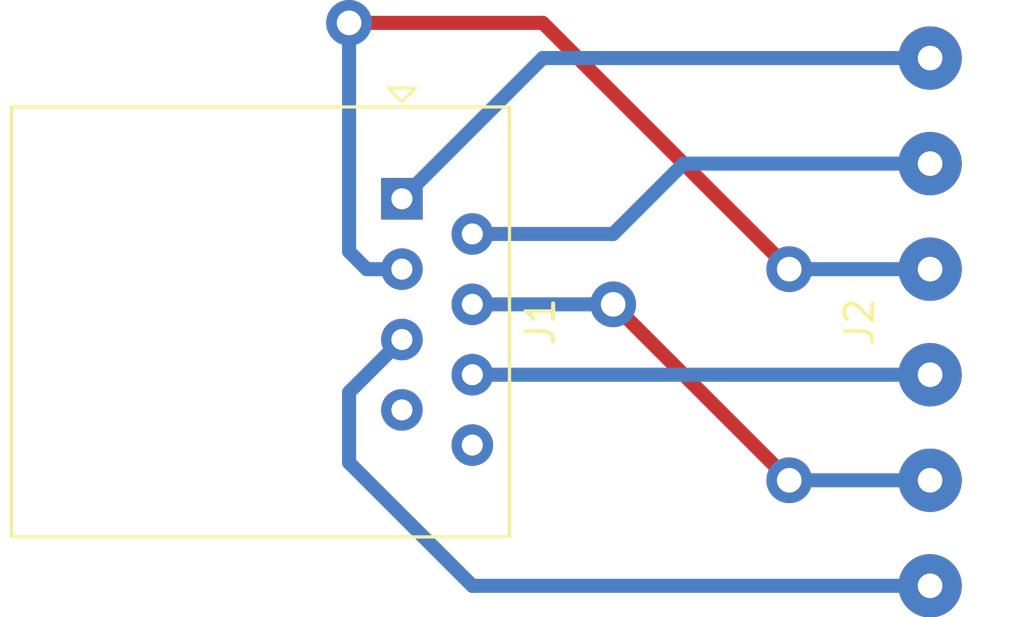
<source format=kicad_pcb>
(kicad_pcb (version 20171130) (host pcbnew "(5.1.4)-1")

  (general
    (thickness 1.6)
    (drawings 0)
    (tracks 24)
    (zones 0)
    (modules 2)
    (nets 9)
  )

  (page A4)
  (layers
    (0 F.Cu signal)
    (31 B.Cu signal)
    (32 B.Adhes user)
    (33 F.Adhes user)
    (34 B.Paste user)
    (35 F.Paste user)
    (36 B.SilkS user)
    (37 F.SilkS user)
    (38 B.Mask user)
    (39 F.Mask user)
    (40 Dwgs.User user)
    (41 Cmts.User user)
    (42 Eco1.User user)
    (43 Eco2.User user)
    (44 Edge.Cuts user)
    (45 Margin user)
    (46 B.CrtYd user)
    (47 F.CrtYd user)
    (48 B.Fab user)
    (49 F.Fab user)
  )

  (setup
    (last_trace_width 0.25)
    (user_trace_width 0.508)
    (trace_clearance 0.2)
    (zone_clearance 0.508)
    (zone_45_only no)
    (trace_min 0.2)
    (via_size 0.8)
    (via_drill 0.4)
    (via_min_size 0.4)
    (via_min_drill 0.3)
    (user_via 1.651 0.889)
    (uvia_size 0.3)
    (uvia_drill 0.1)
    (uvias_allowed no)
    (uvia_min_size 0.2)
    (uvia_min_drill 0.1)
    (edge_width 0.05)
    (segment_width 0.2)
    (pcb_text_width 0.3)
    (pcb_text_size 1.5 1.5)
    (mod_edge_width 0.12)
    (mod_text_size 1 1)
    (mod_text_width 0.15)
    (pad_size 1.524 1.524)
    (pad_drill 0.762)
    (pad_to_mask_clearance 0.051)
    (solder_mask_min_width 0.25)
    (aux_axis_origin 0 0)
    (visible_elements 7FFFFFFF)
    (pcbplotparams
      (layerselection 0x010fc_ffffffff)
      (usegerberextensions false)
      (usegerberattributes false)
      (usegerberadvancedattributes false)
      (creategerberjobfile false)
      (excludeedgelayer true)
      (linewidth 0.100000)
      (plotframeref false)
      (viasonmask false)
      (mode 1)
      (useauxorigin false)
      (hpglpennumber 1)
      (hpglpenspeed 20)
      (hpglpendiameter 15.000000)
      (psnegative false)
      (psa4output false)
      (plotreference true)
      (plotvalue true)
      (plotinvisibletext false)
      (padsonsilk false)
      (subtractmaskfromsilk false)
      (outputformat 1)
      (mirror false)
      (drillshape 1)
      (scaleselection 1)
      (outputdirectory ""))
  )

  (net 0 "")
  (net 1 "Net-(J1-Pad8)")
  (net 2 "Net-(J1-Pad7)")
  (net 3 /B-)
  (net 4 /A-)
  (net 5 /A+)
  (net 6 /B+)
  (net 7 /+5v)
  (net 8 /Gnd)

  (net_class Default "This is the default net class."
    (clearance 0.2)
    (trace_width 0.25)
    (via_dia 0.8)
    (via_drill 0.4)
    (uvia_dia 0.3)
    (uvia_drill 0.1)
    (add_net /+5v)
    (add_net /A+)
    (add_net /A-)
    (add_net /B+)
    (add_net /B-)
    (add_net /Gnd)
    (add_net "Net-(J1-Pad7)")
    (add_net "Net-(J1-Pad8)")
  )

  (module "0-MiscParts:6 Pin 3.81 mm" (layer F.Cu) (tedit 5D9CCB22) (tstamp 5D9D1F18)
    (at 176.53 95.885 270)
    (path /5D9CD876)
    (fp_text reference J2 (at 0 2.54 90) (layer F.SilkS)
      (effects (font (size 1 1) (thickness 0.15)))
    )
    (fp_text value Conn_01x06 (at 0 -2.54 90) (layer F.Fab)
      (effects (font (size 1 1) (thickness 0.15)))
    )
    (pad 6 thru_hole circle (at 9.525 0 270) (size 2.286 2.286) (drill 0.889) (layers *.Cu *.Mask)
      (net 4 /A-))
    (pad 5 thru_hole circle (at 5.715 0 270) (size 2.286 2.286) (drill 0.889) (layers *.Cu *.Mask)
      (net 5 /A+))
    (pad 4 thru_hole circle (at 1.905 0 270) (size 2.286 2.286) (drill 0.889) (layers *.Cu *.Mask)
      (net 3 /B-))
    (pad 3 thru_hole circle (at -1.905 0 270) (size 2.286 2.286) (drill 0.889) (layers *.Cu *.Mask)
      (net 6 /B+))
    (pad 2 thru_hole circle (at -5.715 0 270) (size 2.286 2.286) (drill 0.889) (layers *.Cu *.Mask)
      (net 7 /+5v))
    (pad 1 thru_hole circle (at -9.525 0 270) (size 2.286 2.286) (drill 0.889) (layers *.Cu *.Mask)
      (net 8 /Gnd))
  )

  (module Connector_RJ:RJ45_Amphenol_54602-x08_Horizontal (layer F.Cu) (tedit 5B103613) (tstamp 5D9D1F0E)
    (at 157.48 91.44 270)
    (descr "8 Pol Shallow Latch Connector, Modjack, RJ45 (https://cdn.amphenol-icc.com/media/wysiwyg/files/drawing/c-bmj-0102.pdf)")
    (tags RJ45)
    (path /5D9CC902)
    (fp_text reference J1 (at 4.445 -5 90) (layer F.SilkS)
      (effects (font (size 1 1) (thickness 0.15)))
    )
    (fp_text value RJ45 (at 4.445 4 90) (layer F.Fab)
      (effects (font (size 1 1) (thickness 0.15)))
    )
    (fp_line (start 12.6 14.47) (end -3.71 14.47) (layer F.CrtYd) (width 0.05))
    (fp_line (start 12.6 14.47) (end 12.6 -4.27) (layer F.CrtYd) (width 0.05))
    (fp_line (start -3.71 -4.27) (end -3.71 14.47) (layer F.CrtYd) (width 0.05))
    (fp_line (start -3.71 -4.27) (end 12.6 -4.27) (layer F.CrtYd) (width 0.05))
    (fp_line (start -3.315 -3.88) (end -3.315 14.08) (layer F.SilkS) (width 0.12))
    (fp_line (start 12.205 -3.88) (end -3.315 -3.88) (layer F.SilkS) (width 0.12))
    (fp_line (start 12.205 -3.88) (end 12.205 14.08) (layer F.SilkS) (width 0.12))
    (fp_line (start -3.315 14.08) (end 12.205 14.08) (layer F.SilkS) (width 0.12))
    (fp_line (start -3.205 -2.77) (end -2.205 -3.77) (layer F.Fab) (width 0.12))
    (fp_line (start -2.205 -3.77) (end 12.095 -3.77) (layer F.Fab) (width 0.12))
    (fp_line (start 12.095 -3.77) (end 12.095 13.97) (layer F.Fab) (width 0.12))
    (fp_line (start 12.095 13.97) (end -3.205 13.97) (layer F.Fab) (width 0.12))
    (fp_line (start -3.205 13.97) (end -3.205 -2.77) (layer F.Fab) (width 0.12))
    (fp_line (start -3.5 0) (end -4 -0.5) (layer F.SilkS) (width 0.12))
    (fp_line (start -4 -0.5) (end -4 0.5) (layer F.SilkS) (width 0.12))
    (fp_line (start -4 0.5) (end -3.5 0) (layer F.SilkS) (width 0.12))
    (fp_text user %R (at 4.445 2 90) (layer F.Fab)
      (effects (font (size 1 1) (thickness 0.15)))
    )
    (pad 8 thru_hole circle (at 8.89 -2.54 270) (size 1.5 1.5) (drill 0.76) (layers *.Cu *.Mask)
      (net 1 "Net-(J1-Pad8)"))
    (pad 7 thru_hole circle (at 7.62 0 270) (size 1.5 1.5) (drill 0.76) (layers *.Cu *.Mask)
      (net 2 "Net-(J1-Pad7)"))
    (pad 6 thru_hole circle (at 6.35 -2.54 270) (size 1.5 1.5) (drill 0.76) (layers *.Cu *.Mask)
      (net 3 /B-))
    (pad 5 thru_hole circle (at 5.08 0 270) (size 1.5 1.5) (drill 0.76) (layers *.Cu *.Mask)
      (net 4 /A-))
    (pad 4 thru_hole circle (at 3.81 -2.54 270) (size 1.5 1.5) (drill 0.76) (layers *.Cu *.Mask)
      (net 5 /A+))
    (pad 3 thru_hole circle (at 2.54 0 270) (size 1.5 1.5) (drill 0.76) (layers *.Cu *.Mask)
      (net 6 /B+))
    (pad 2 thru_hole circle (at 1.27 -2.54 270) (size 1.5 1.5) (drill 0.76) (layers *.Cu *.Mask)
      (net 7 /+5v))
    (pad 1 thru_hole rect (at 0 0 270) (size 1.5 1.5) (drill 0.76) (layers *.Cu *.Mask)
      (net 8 /Gnd))
    (pad "" np_thru_hole circle (at -1.27 6.35 270) (size 3.2 3.2) (drill 3.2) (layers *.Cu *.Mask))
    (pad "" np_thru_hole circle (at 10.16 6.35 270) (size 3.2 3.2) (drill 3.2) (layers *.Cu *.Mask))
    (model ${KISYS3DMOD}/Connector_RJ.3dshapes/RJ45_Amphenol_54602-x08_Horizontal.wrl
      (at (xyz 0 0 0))
      (scale (xyz 1 1 1))
      (rotate (xyz 0 0 0))
    )
  )

  (segment (start 160.02 97.79) (end 176.53 97.79) (width 0.508) (layer B.Cu) (net 3))
  (segment (start 160.02 105.41) (end 176.53 105.41) (width 0.508) (layer B.Cu) (net 4))
  (segment (start 155.575 98.425) (end 155.575 100.965) (width 0.508) (layer B.Cu) (net 4))
  (segment (start 157.48 96.52) (end 155.575 98.425) (width 0.508) (layer B.Cu) (net 4))
  (segment (start 155.575 100.965) (end 160.02 105.41) (width 0.508) (layer B.Cu) (net 4))
  (via (at 165.1 95.25) (size 1.651) (drill 0.889) (layers F.Cu B.Cu) (net 5))
  (via (at 171.45 101.6) (size 1.651) (drill 0.889) (layers F.Cu B.Cu) (net 5))
  (segment (start 171.45 101.6) (end 176.53 101.6) (width 0.508) (layer B.Cu) (net 5))
  (segment (start 160.02 95.25) (end 165.1 95.25) (width 0.508) (layer B.Cu) (net 5))
  (segment (start 165.1 95.25) (end 171.45 101.6) (width 0.508) (layer F.Cu) (net 5))
  (via (at 155.575 85.09) (size 1.651) (drill 0.889) (layers F.Cu B.Cu) (net 6))
  (via (at 171.45 93.98) (size 1.651) (drill 0.889) (layers F.Cu B.Cu) (net 6))
  (segment (start 171.45 93.98) (end 176.53 93.98) (width 0.508) (layer B.Cu) (net 6))
  (segment (start 157.48 93.98) (end 156.21 93.98) (width 0.508) (layer B.Cu) (net 6))
  (segment (start 155.575 93.345) (end 155.575 85.09) (width 0.508) (layer B.Cu) (net 6))
  (segment (start 156.21 93.98) (end 155.575 93.345) (width 0.508) (layer B.Cu) (net 6))
  (segment (start 170.624501 93.154501) (end 171.45 93.98) (width 0.508) (layer F.Cu) (net 6))
  (segment (start 162.56 85.09) (end 170.624501 93.154501) (width 0.508) (layer F.Cu) (net 6))
  (segment (start 155.575 85.09) (end 162.56 85.09) (width 0.508) (layer F.Cu) (net 6))
  (segment (start 160.02 92.71) (end 165.1 92.71) (width 0.508) (layer B.Cu) (net 7))
  (segment (start 167.64 90.17) (end 176.53 90.17) (width 0.508) (layer B.Cu) (net 7))
  (segment (start 165.1 92.71) (end 167.64 90.17) (width 0.508) (layer B.Cu) (net 7))
  (segment (start 157.48 91.44) (end 162.56 86.36) (width 0.508) (layer B.Cu) (net 8))
  (segment (start 162.56 86.36) (end 176.53 86.36) (width 0.508) (layer B.Cu) (net 8))

)

</source>
